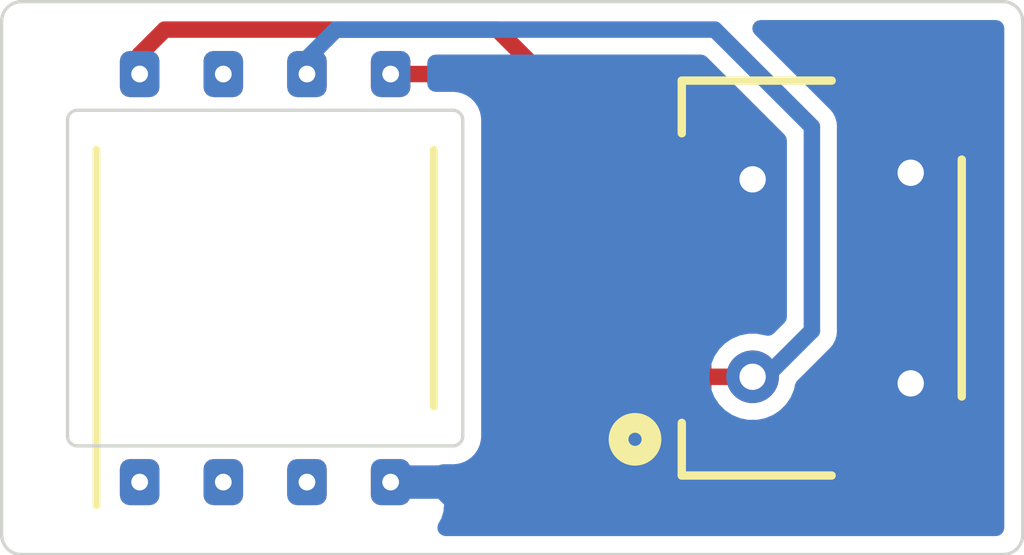
<source format=kicad_pcb>
(kicad_pcb (version 20171130) (host pcbnew 5.1.7-a382d34a8~88~ubuntu18.04.1)

  (general
    (thickness 0.1016)
    (drawings 17)
    (tracks 29)
    (zones 0)
    (modules 2)
    (nets 9)
  )

  (page A4)
  (layers
    (0 F.Cu signal)
    (31 B.Cu signal)
    (32 B.Adhes user hide)
    (33 F.Adhes user hide)
    (34 B.Paste user hide)
    (35 F.Paste user hide)
    (36 B.SilkS user)
    (37 F.SilkS user)
    (38 B.Mask user hide)
    (39 F.Mask user hide)
    (40 Dwgs.User user hide)
    (41 Cmts.User user hide)
    (42 Eco1.User user hide)
    (43 Eco2.User user hide)
    (44 Edge.Cuts user)
    (45 Margin user hide)
    (46 B.CrtYd user hide)
    (47 F.CrtYd user hide)
    (48 B.Fab user hide)
    (49 F.Fab user hide)
  )

  (setup
    (last_trace_width 0.25)
    (trace_clearance 0.2)
    (zone_clearance 0.254)
    (zone_45_only no)
    (trace_min 0.2)
    (via_size 0.8)
    (via_drill 0.4)
    (via_min_size 0.4)
    (via_min_drill 0.3)
    (uvia_size 0.3)
    (uvia_drill 0.1)
    (uvias_allowed no)
    (uvia_min_size 0.2)
    (uvia_min_drill 0.1)
    (edge_width 0.05)
    (segment_width 0.2)
    (pcb_text_width 0.3)
    (pcb_text_size 1.5 1.5)
    (mod_edge_width 0.12)
    (mod_text_size 1 1)
    (mod_text_width 0.15)
    (pad_size 1.524 1.524)
    (pad_drill 0.762)
    (pad_to_mask_clearance 0)
    (aux_axis_origin 0 0)
    (visible_elements FFFFFF7F)
    (pcbplotparams
      (layerselection 0x010fc_ffffffff)
      (usegerberextensions false)
      (usegerberattributes true)
      (usegerberadvancedattributes true)
      (creategerberjobfile true)
      (excludeedgelayer true)
      (linewidth 0.100000)
      (plotframeref false)
      (viasonmask false)
      (mode 1)
      (useauxorigin false)
      (hpglpennumber 1)
      (hpglpenspeed 20)
      (hpglpendiameter 15.000000)
      (psnegative false)
      (psa4output false)
      (plotreference true)
      (plotvalue true)
      (plotinvisibletext false)
      (padsonsilk false)
      (subtractmaskfromsilk false)
      (outputformat 1)
      (mirror false)
      (drillshape 1)
      (scaleselection 1)
      (outputdirectory ""))
  )

  (net 0 "")
  (net 1 GND)
  (net 2 VCC)
  (net 3 /SDA)
  (net 4 /SCL)
  (net 5 "Net-(U1-Pad7)")
  (net 6 "Net-(U1-Pad3)")
  (net 7 "Net-(U1-Pad2)")
  (net 8 "Net-(U1-Pad1)")

  (net_class Default "This is the default net class."
    (clearance 0.2)
    (trace_width 0.25)
    (via_dia 0.8)
    (via_drill 0.4)
    (uvia_dia 0.3)
    (uvia_drill 0.1)
    (add_net /SCL)
    (add_net /SDA)
    (add_net GND)
    (add_net "Net-(U1-Pad1)")
    (add_net "Net-(U1-Pad2)")
    (add_net "Net-(U1-Pad3)")
    (add_net "Net-(U1-Pad7)")
    (add_net VCC)
  )

  (module SOIC8-EEPROM-MOD:SOIC-8_3.9x4.9mm_P1.27mm (layer F.Cu) (tedit 6096C496) (tstamp 609729A4)
    (at 25 23 90)
    (descr "SOIC, 8 Pin (JEDEC MS-012AA, https://www.analog.com/media/en/package-pcb-resources/package/pkg_pdf/soic_narrow-r/r_8.pdf), generated with kicad-footprint-generator ipc_gullwing_generator.py")
    (tags "SOIC SO")
    (path /6096C360)
    (attr smd)
    (fp_text reference U1 (at 0 -3.4 90) (layer F.SilkS) hide
      (effects (font (size 1 1) (thickness 0.15)))
    )
    (fp_text value 24LC00 (at 0 3.4 90) (layer F.Fab)
      (effects (font (size 1 1) (thickness 0.15)))
    )
    (fp_line (start 3.7 -2.7) (end -3.7 -2.7) (layer F.CrtYd) (width 0.05))
    (fp_line (start 3.7 2.7) (end 3.7 -2.7) (layer F.CrtYd) (width 0.05))
    (fp_line (start -3.7 2.7) (end 3.7 2.7) (layer F.CrtYd) (width 0.05))
    (fp_line (start -3.7 -2.7) (end -3.7 2.7) (layer F.CrtYd) (width 0.05))
    (fp_line (start -1.95 -1.475) (end -0.975 -2.45) (layer F.Fab) (width 0.1))
    (fp_line (start -1.95 2.45) (end -1.95 -1.475) (layer F.Fab) (width 0.1))
    (fp_line (start 1.95 2.45) (end -1.95 2.45) (layer F.Fab) (width 0.1))
    (fp_line (start 1.95 -2.45) (end 1.95 2.45) (layer F.Fab) (width 0.1))
    (fp_line (start -0.975 -2.45) (end 1.95 -2.45) (layer F.Fab) (width 0.1))
    (fp_line (start 0 -2.56) (end -3.45 -2.56) (layer F.SilkS) (width 0.12))
    (fp_line (start 0 -2.56) (end 1.95 -2.56) (layer F.SilkS) (width 0.12))
    (fp_line (start 0 2.56) (end -1.95 2.56) (layer F.SilkS) (width 0.12))
    (fp_line (start 0 2.56) (end 1.95 2.56) (layer F.SilkS) (width 0.12))
    (fp_text user %R (at 0 0 90) (layer F.Fab)
      (effects (font (size 0.98 0.98) (thickness 0.15)))
    )
    (pad 1 thru_hole roundrect (at -3.1 -1.905 90) (size 0.7 0.6) (drill 0.254) (layers *.Cu *.Mask) (roundrect_rratio 0.25)
      (net 8 "Net-(U1-Pad1)"))
    (pad 2 thru_hole roundrect (at -3.1 -0.635 90) (size 0.7 0.6) (drill 0.254) (layers *.Cu *.Mask) (roundrect_rratio 0.25)
      (net 7 "Net-(U1-Pad2)"))
    (pad 3 thru_hole roundrect (at -3.1 0.635 90) (size 0.7 0.6) (drill 0.254) (layers *.Cu *.Mask) (roundrect_rratio 0.25)
      (net 6 "Net-(U1-Pad3)"))
    (pad 4 thru_hole roundrect (at -3.1 1.905 90) (size 0.7 0.6) (drill 0.254) (layers *.Cu *.Mask) (roundrect_rratio 0.25)
      (net 1 GND))
    (pad 5 thru_hole roundrect (at 3.1 1.905 90) (size 0.7 0.6) (drill 0.254) (layers *.Cu *.Mask) (roundrect_rratio 0.25)
      (net 3 /SDA))
    (pad 6 thru_hole roundrect (at 3.1 0.635 90) (size 0.7 0.6) (drill 0.254) (layers *.Cu *.Mask) (roundrect_rratio 0.25)
      (net 4 /SCL))
    (pad 7 thru_hole roundrect (at 3.1 -0.635 90) (size 0.7 0.6) (drill 0.254) (layers *.Cu *.Mask) (roundrect_rratio 0.25)
      (net 5 "Net-(U1-Pad7)"))
    (pad 8 thru_hole roundrect (at 3.1 -1.905 90) (size 0.7 0.6) (drill 0.254) (layers *.Cu *.Mask) (roundrect_rratio 0.25)
      (net 2 VCC))
    (model ${KISYS3DMOD}/Package_SO.3dshapes/SOIC-8_3.9x4.9mm_P1.27mm.wrl
      (offset (xyz 0 0 -0.5))
      (scale (xyz 1 1 1))
      (rotate (xyz 0 0 0))
    )
  )

  (module "SM04B-SRSS-TB(LF)(SN):JST_SM04B-SRSS-TB(LF)(SN)" (layer F.Cu) (tedit 6096B8DD) (tstamp 6097298A)
    (at 31 23 90)
    (path /6096D0A7)
    (fp_text reference J1 (at -0.545095 -1.767685 90) (layer F.SilkS) hide
      (effects (font (size 1.001173 1.001173) (thickness 0.015)))
    )
    (fp_text value "SM04B-SRSS-TB(LF)(SN)" (at 12.17039 5.74055 90) (layer F.Fab)
      (effects (font (size 1.000567 1.000567) (thickness 0.015)))
    )
    (fp_line (start -3.65 5.025) (end -3.65 -1.025) (layer F.CrtYd) (width 0.05))
    (fp_line (start 3.65 5.025) (end -3.65 5.025) (layer F.CrtYd) (width 0.05))
    (fp_line (start 3.65 -1.025) (end 3.65 5.025) (layer F.CrtYd) (width 0.05))
    (fp_line (start -3.65 -1.025) (end 3.65 -1.025) (layer F.CrtYd) (width 0.05))
    (fp_circle (center -2.45 -0.385) (end -2.35 -0.385) (layer F.Fab) (width 0.3))
    (fp_line (start -1.8 4.575) (end 1.8 4.575) (layer F.SilkS) (width 0.127))
    (fp_line (start 3 0.325) (end 3 2.6) (layer F.SilkS) (width 0.127))
    (fp_line (start 2.2 0.325) (end 3 0.325) (layer F.SilkS) (width 0.127))
    (fp_line (start -3 0.325) (end -3 2.6) (layer F.SilkS) (width 0.127))
    (fp_line (start -2.2 0.325) (end -3 0.325) (layer F.SilkS) (width 0.127))
    (fp_line (start -3 4.575) (end -3 0.325) (layer F.Fab) (width 0.127))
    (fp_line (start 3 4.575) (end -3 4.575) (layer F.Fab) (width 0.127))
    (fp_line (start 3 0.325) (end 3 4.575) (layer F.Fab) (width 0.127))
    (fp_line (start -3 0.325) (end 3 0.325) (layer F.Fab) (width 0.127))
    (fp_circle (center -2.45 -0.385) (end -2.35 -0.385) (layer F.SilkS) (width 0.3))
    (pad S2 smd rect (at 2.8 3.875 90) (size 1.2 1.8) (layers F.Cu F.Paste F.Mask)
      (net 1 GND))
    (pad S1 smd rect (at -2.8 3.875 90) (size 1.2 1.8) (layers F.Cu F.Paste F.Mask)
      (net 1 GND))
    (pad 1 smd rect (at -1.5 0 90) (size 0.6 1.55) (layers F.Cu F.Paste F.Mask)
      (net 4 /SCL))
    (pad 2 smd rect (at -0.5 0 90) (size 0.6 1.55) (layers F.Cu F.Paste F.Mask)
      (net 3 /SDA))
    (pad 3 smd rect (at 0.5 0 90) (size 0.6 1.55) (layers F.Cu F.Paste F.Mask)
      (net 2 VCC))
    (pad 4 smd rect (at 1.5 0 90) (size 0.6 1.55) (layers F.Cu F.Paste F.Mask)
      (net 1 GND))
    (model "${KIPRJMOD}/kicad-library/SM04B-SRSS-TB(LF)(SN)/SM04B-SRSS-TB_LF__SN_.step"
      (offset (xyz 0 -0.5 -0.3))
      (scale (xyz 1 1 1))
      (rotate (xyz -90 0 0))
    )
  )

  (gr_arc (start 27.85 20.6) (end 28 20.6) (angle -90) (layer Edge.Cuts) (width 0.05))
  (gr_arc (start 27.85 25.4) (end 27.85 25.55) (angle -90) (layer Edge.Cuts) (width 0.05))
  (gr_arc (start 22.15 25.4) (end 22 25.4) (angle -90) (layer Edge.Cuts) (width 0.05))
  (gr_arc (start 22.15 20.6) (end 22.15 20.45) (angle -90) (layer Edge.Cuts) (width 0.05))
  (gr_arc (start 36.2 19.1) (end 36.5 19.1) (angle -90) (layer Edge.Cuts) (width 0.05))
  (gr_arc (start 36.2 26.9) (end 36.2 27.2) (angle -90) (layer Edge.Cuts) (width 0.05))
  (gr_arc (start 21.3 26.9) (end 21 26.9) (angle -90) (layer Edge.Cuts) (width 0.05))
  (gr_arc (start 21.3 19.1) (end 21.3 18.8) (angle -90) (layer Edge.Cuts) (width 0.05))
  (gr_line (start 27.85 20.45) (end 22.15 20.45) (layer Edge.Cuts) (width 0.05) (tstamp 609730DF))
  (gr_line (start 28 25.4) (end 28 20.6) (layer Edge.Cuts) (width 0.05))
  (gr_line (start 22.15 25.55) (end 27.85 25.55) (layer Edge.Cuts) (width 0.05))
  (gr_line (start 22 20.6) (end 22 25.4) (layer Edge.Cuts) (width 0.05))
  (gr_line (start 21 26.9) (end 21 23) (layer Edge.Cuts) (width 0.05) (tstamp 609730BB))
  (gr_line (start 36.2 27.2) (end 21.3 27.2) (layer Edge.Cuts) (width 0.05))
  (gr_line (start 36.5 19.1) (end 36.5 26.9) (layer Edge.Cuts) (width 0.05))
  (gr_line (start 21.3 18.8) (end 36.2 18.8) (layer Edge.Cuts) (width 0.05))
  (gr_line (start 21 23) (end 21 19.1) (layer Edge.Cuts) (width 0.05))

  (via (at 34.8 21.4) (size 0.8) (drill 0.4) (layers F.Cu B.Cu) (net 1))
  (segment (start 34.875 20.2) (end 34.875 21.325) (width 0.25) (layer F.Cu) (net 1))
  (segment (start 34.875 21.325) (end 34.8 21.4) (width 0.25) (layer F.Cu) (net 1))
  (via (at 34.8 24.6) (size 0.8) (drill 0.4) (layers F.Cu B.Cu) (net 1))
  (segment (start 34.875 25.8) (end 34.875 24.675) (width 0.25) (layer F.Cu) (net 1))
  (segment (start 34.875 24.675) (end 34.8 24.6) (width 0.25) (layer F.Cu) (net 1))
  (via (at 32.4 21.5) (size 0.8) (drill 0.4) (layers F.Cu B.Cu) (net 1))
  (segment (start 31 21.5) (end 32.4 21.5) (width 0.25) (layer F.Cu) (net 1))
  (segment (start 23.095 19.9) (end 23.095 19.605) (width 0.25) (layer F.Cu) (net 2))
  (segment (start 23.47501 19.22499) (end 28.52499 19.22499) (width 0.25) (layer F.Cu) (net 2))
  (segment (start 23.095 19.605) (end 23.47501 19.22499) (width 0.25) (layer F.Cu) (net 2))
  (segment (start 28.52499 19.22499) (end 29.6 20.3) (width 0.25) (layer F.Cu) (net 2))
  (segment (start 29.975 22.5) (end 31 22.5) (width 0.25) (layer F.Cu) (net 2))
  (segment (start 29.6 22.125) (end 29.975 22.5) (width 0.25) (layer F.Cu) (net 2))
  (segment (start 29.6 20.3) (end 29.6 22.125) (width 0.25) (layer F.Cu) (net 2))
  (segment (start 29.975 23.5) (end 31 23.5) (width 0.25) (layer F.Cu) (net 3))
  (segment (start 28.9 22.425) (end 29.975 23.5) (width 0.25) (layer F.Cu) (net 3))
  (segment (start 28.9 20.855012) (end 28.9 22.425) (width 0.25) (layer F.Cu) (net 3))
  (segment (start 26.905 19.9) (end 27.944988 19.9) (width 0.25) (layer F.Cu) (net 3))
  (segment (start 27.944988 19.9) (end 28.9 20.855012) (width 0.25) (layer F.Cu) (net 3))
  (segment (start 25.635 19.9) (end 25.635 19.665) (width 0.25) (layer B.Cu) (net 4))
  (segment (start 26.07501 19.22499) (end 31.82499 19.22499) (width 0.25) (layer B.Cu) (net 4))
  (segment (start 25.635 19.665) (end 26.07501 19.22499) (width 0.25) (layer B.Cu) (net 4))
  (segment (start 31.82499 19.22499) (end 33.3 20.7) (width 0.25) (layer B.Cu) (net 4))
  (segment (start 33.3 20.7) (end 33.3 23.8) (width 0.25) (layer B.Cu) (net 4))
  (via (at 32.4 24.5) (size 0.8) (drill 0.4) (layers F.Cu B.Cu) (net 4))
  (segment (start 33.3 23.8) (end 32.6 24.5) (width 0.25) (layer B.Cu) (net 4))
  (segment (start 32.6 24.5) (end 32.4 24.5) (width 0.25) (layer B.Cu) (net 4))
  (segment (start 32.4 24.5) (end 31 24.5) (width 0.25) (layer F.Cu) (net 4))

  (zone (net 1) (net_name GND) (layer B.Cu) (tstamp 6097357C) (hatch edge 0.508)
    (connect_pads (clearance 0.254))
    (min_thickness 0.254)
    (fill yes (arc_segments 32) (thermal_gap 0.508) (thermal_bridge_width 0.508))
    (polygon
      (pts
        (xy 36.5 27.2) (xy 21 27.2) (xy 21 18.8) (xy 36.5 18.8)
      )
    )
    (filled_polygon
      (pts
        (xy 36.094001 26.794) (xy 27.741146 26.794) (xy 27.794502 26.69418) (xy 27.830812 26.574482) (xy 27.843072 26.45)
        (xy 27.84 26.38575) (xy 27.68125 26.227) (xy 27.032 26.227) (xy 27.032 26.247) (xy 26.778 26.247)
        (xy 26.778 26.227) (xy 26.758 26.227) (xy 26.758 25.973) (xy 26.778 25.973) (xy 26.778 25.956)
        (xy 27.032 25.956) (xy 27.032 25.973) (xy 27.68125 25.973) (xy 27.69825 25.956) (xy 27.869941 25.956)
        (xy 27.887007 25.954319) (xy 27.887842 25.954325) (xy 27.893484 25.953772) (xy 27.907228 25.952327) (xy 27.92959 25.950125)
        (xy 27.938235 25.947502) (xy 27.958655 25.943311) (xy 27.994797 25.936416) (xy 28.000216 25.93478) (xy 28.000218 25.93478)
        (xy 28.00022 25.934779) (xy 28.000224 25.934778) (xy 28.028189 25.926121) (xy 28.062156 25.911842) (xy 28.096213 25.898083)
        (xy 28.101219 25.895422) (xy 28.10123 25.895416) (xy 28.101235 25.895414) (xy 28.101241 25.89541) (xy 28.126971 25.881499)
        (xy 28.157505 25.860906) (xy 28.188281 25.840766) (xy 28.192675 25.837183) (xy 28.215232 25.818522) (xy 28.241202 25.79237)
        (xy 28.267451 25.766665) (xy 28.271062 25.762301) (xy 28.271065 25.762298) (xy 28.271069 25.762293) (xy 28.289567 25.739611)
        (xy 28.309937 25.708951) (xy 28.330716 25.678605) (xy 28.333413 25.673619) (xy 28.347157 25.64777) (xy 28.361204 25.613692)
        (xy 28.375679 25.579916) (xy 28.377356 25.574501) (xy 28.385817 25.546475) (xy 28.392967 25.51036) (xy 28.398063 25.486388)
        (xy 28.400125 25.47959) (xy 28.400999 25.470721) (xy 28.401205 25.468758) (xy 28.404062 25.439622) (xy 28.404062 25.439618)
        (xy 28.406 25.419941) (xy 28.406 20.580059) (xy 28.404319 20.562993) (xy 28.404325 20.562158) (xy 28.403772 20.556516)
        (xy 28.402327 20.542772) (xy 28.400125 20.52041) (xy 28.397502 20.511765) (xy 28.393311 20.491345) (xy 28.386416 20.455203)
        (xy 28.384782 20.449791) (xy 28.38478 20.449782) (xy 28.384777 20.449774) (xy 28.376121 20.421811) (xy 28.361842 20.387844)
        (xy 28.348083 20.353787) (xy 28.345423 20.348781) (xy 28.331499 20.323029) (xy 28.31091 20.292501) (xy 28.290765 20.261718)
        (xy 28.287183 20.257325) (xy 28.268522 20.234768) (xy 28.242403 20.208831) (xy 28.216665 20.182549) (xy 28.212297 20.178935)
        (xy 28.189611 20.160433) (xy 28.158951 20.140063) (xy 28.128605 20.119284) (xy 28.123619 20.116588) (xy 28.123614 20.116585)
        (xy 28.12361 20.116583) (xy 28.097771 20.102843) (xy 28.063667 20.088786) (xy 28.029916 20.074321) (xy 28.02452 20.07265)
        (xy 28.024513 20.072647) (xy 28.024507 20.072646) (xy 28.024501 20.072644) (xy 27.996475 20.064183) (xy 27.96036 20.057033)
        (xy 27.936388 20.051937) (xy 27.92959 20.049875) (xy 27.920721 20.049001) (xy 27.918758 20.048795) (xy 27.889623 20.045938)
        (xy 27.889618 20.045938) (xy 27.869941 20.044) (xy 27.587843 20.044) (xy 27.587843 19.73099) (xy 31.615399 19.73099)
        (xy 32.794 20.909592) (xy 32.794001 23.590407) (xy 32.633173 23.751235) (xy 32.627809 23.749013) (xy 32.476922 23.719)
        (xy 32.323078 23.719) (xy 32.172191 23.749013) (xy 32.030058 23.807887) (xy 31.902141 23.893358) (xy 31.793358 24.002141)
        (xy 31.707887 24.130058) (xy 31.649013 24.272191) (xy 31.619 24.423078) (xy 31.619 24.576922) (xy 31.649013 24.727809)
        (xy 31.707887 24.869942) (xy 31.793358 24.997859) (xy 31.902141 25.106642) (xy 32.030058 25.192113) (xy 32.172191 25.250987)
        (xy 32.323078 25.281) (xy 32.476922 25.281) (xy 32.627809 25.250987) (xy 32.769942 25.192113) (xy 32.897859 25.106642)
        (xy 33.006642 24.997859) (xy 33.092113 24.869942) (xy 33.150987 24.727809) (xy 33.166681 24.648911) (xy 33.64022 24.175372)
        (xy 33.659527 24.159527) (xy 33.722759 24.082479) (xy 33.769745 23.994575) (xy 33.798678 23.899193) (xy 33.806 23.824854)
        (xy 33.806 23.824847) (xy 33.808447 23.800001) (xy 33.806 23.775155) (xy 33.806 20.724845) (xy 33.808447 20.699999)
        (xy 33.806 20.675153) (xy 33.806 20.675146) (xy 33.798678 20.600807) (xy 33.796867 20.594835) (xy 33.769745 20.505425)
        (xy 33.766546 20.49944) (xy 33.722759 20.417521) (xy 33.659527 20.340473) (xy 33.64022 20.324628) (xy 32.521591 19.206)
        (xy 36.094 19.206)
      )
    )
  )
)

</source>
